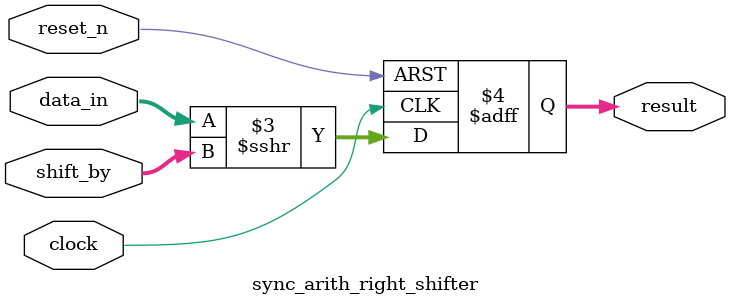
<source format=sv>
module sync_arith_right_shifter (
  input wire clock, reset_n,
  input wire [7:0] data_in,
  input wire [2:0] shift_by,
  output reg [7:0] result
);
  always @(posedge clock or negedge reset_n) begin
    if (!reset_n)
      result <= 8'b0;
    else begin
      // Arithmetic right shift preserves sign bit
      result <= $signed(data_in) >>> shift_by;
    end
  end
endmodule
</source>
